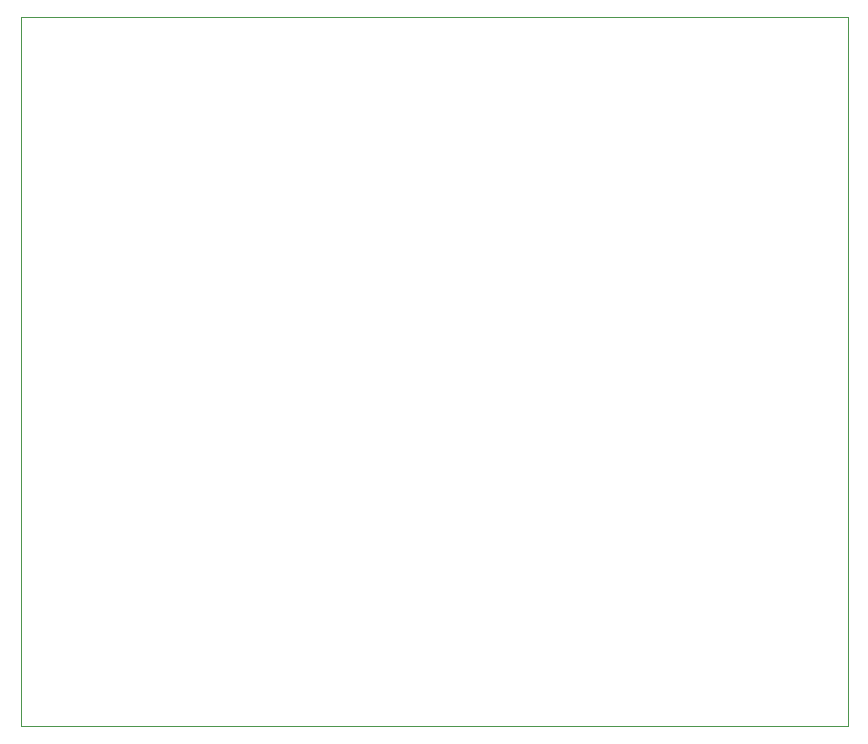
<source format=gbr>
%TF.GenerationSoftware,Altium Limited,Altium Designer,25.1.2 (22)*%
G04 Layer_Color=0*
%FSLAX45Y45*%
%MOMM*%
%TF.SameCoordinates,40A9CBEC-A2F6-451D-B56F-574927FC8DEB*%
%TF.FilePolarity,Positive*%
%TF.FileFunction,Profile,NP*%
%TF.Part,Single*%
G01*
G75*
%TA.AperFunction,Profile*%
%ADD44C,0.02540*%
D44*
X0Y0D02*
X7000240D01*
Y6002020D01*
X0D01*
Y0D01*
%TF.MD5,fbb83f3b75af02f5f5073aaa53143aa8*%
M02*

</source>
